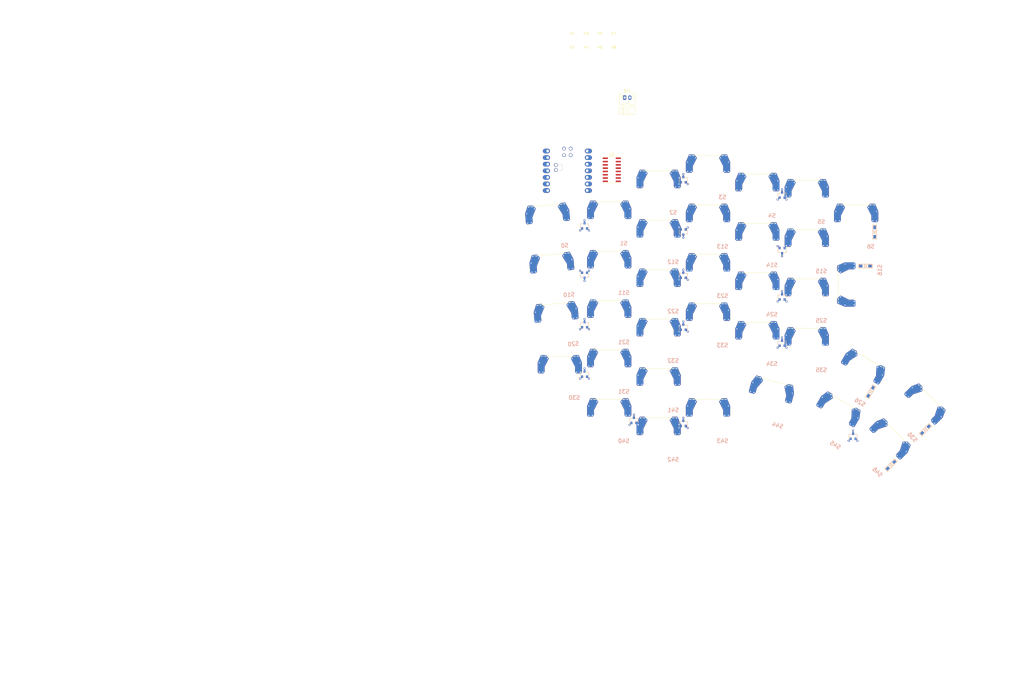
<source format=kicad_pcb>
(kicad_pcb (version 20221018) (generator pcbnew)
  (layers (0 "F.Cu" signal) (31 "B.Cu" signal) (34 "B.Paste" user) (35 "F.Paste" user) (36 "B.SilkS" user "B.Silkscreen") (37 "F.SilkS" user "F.Silkscreen") (38 "B.Mask" user) (39 "F.Mask" user) (44 "Edge.Cuts" user))
  (net 0 "")
  (net 1 "VBAT")
  (net 2 "GND")
  (net 3 "ROW1")
  (net 4 "ROW2")
  (net 5 "ROW3")
  (net 6 "ROW4")
  (net 9 "ROW5")
  (net 10 "IO_CS")
  (net 11 "SCK")
  (net 13 "MOSI")
  (net 14 "VCC")
  (net 18 "RESET")
  (net 19 "BAT+")
  (net 20 "COL5")
  (net 21 "COL4")
  (net 22 "COL3")
  (net 23 "COL2")
  (net 24 "COL6")
  (net 25 "COL7")
  (net 28 "COL1")
  (footprint "mykeeb:D3_SMD" (layer "F.Cu") (at 346.321875 115.109375 180)
    (fp_text reference "D17" hide)
    (fp_text value "D" hide)
  )
  (footprint "MountingHole:MountingHole_2.2mm_M2_DIN965" (layer "F.Cu") (at 233.21 28.305)
    (fp_text reference "H1")
    (fp_text value "MountingHole")
  )
  (footprint "mykeeb:MX_KAILH_SOCKET_1U" (layer "F.Cu") (at 334.415625 173.45 -30)
    (fp_text reference "S45")
    (fp_text value "SW" hide)
  )
  (footprint "mykeeb:SOT-23" (layer "F.Cu") (at 237.975 137.73125 90)
    (fp_text reference "D3" hide)
    (fp_text value "BAV70" hide)
  )
  (footprint "pretty:xiao-ble-smd-cutout" (layer "F.Cu") (at 231.37 78.38)
    (fp_text reference "U1" hide)
    (fp_text value "xiao-ble" hide)
    (fp_line (start -4.699 -0.7488) (end -4.699 -1.7902) (stroke (width 0.12)) (layer "Edge.Cuts"))
    (fp_line (start -4.0132 -2.476) (end -2.413 -2.476) (stroke (width 0.12)) (layer "Edge.Cuts"))
    (fp_line (start -2.413 -0.063) (end -4.0132 -0.063) (stroke (width 0.12)) (layer "Edge.Cuts"))
    (fp_line (start -2.032 -2.095) (end -2.032 -0.444) (stroke (width 0.12)) (layer "Edge.Cuts"))
    (fp_line (start -1.524 -6.4638) (end -1.524 -8.1402) (stroke (width 0.12)) (layer "Edge.Cuts"))
    (fp_line (start -0.8382 -8.826) (end 0.8382 -8.826) (stroke (width 0.12)) (layer "Edge.Cuts"))
    (fp_line (start -0.8382 -5.778) (end 0.8382 -5.778) (stroke (width 0.12)) (layer "Edge.Cuts"))
    (fp_line (start 1.524 -6.4638) (end 1.524 -8.1402) (stroke (width 0.12)) (layer "Edge.Cuts"))
    (fp_arc (start -4.699 -0.7488) (mid -4.095391 -0.666609) (end -4.0132 -0.063) (stroke (width 0.12)) (layer "Edge.Cuts"))
    (fp_arc (start -4.0132 -2.476) (mid -4.095391 -1.872391) (end -4.699 -1.7902) (stroke (width 0.12)) (layer "Edge.Cuts"))
    (fp_arc (start -2.413 -2.476) (mid -2.143592 -2.364408) (end -2.032 -2.095) (stroke (width 0.12)) (layer "Edge.Cuts"))
    (fp_arc (start -2.032 -0.444) (mid -2.143592 -0.174592) (end -2.413 -0.063) (stroke (width 0.12)) (layer "Edge.Cuts"))
    (fp_arc (start -1.524 -6.4638) (mid -0.920391 -6.381609) (end -0.8382 -5.778) (stroke (width 0.12)) (layer "Edge.Cuts"))
    (fp_arc (start -0.8382 -8.826) (mid -0.920391 -8.222391) (end -1.524 -8.1402) (stroke (width 0.12)) (layer "Edge.Cuts"))
    (fp_arc (start 0.8382 -5.778) (mid 0.920391 -6.381609) (end 1.524 -6.4638) (stroke (width 0.12)) (layer "Edge.Cuts"))
    (fp_arc (start 1.524 -8.1402) (mid 0.920393 -8.222393) (end 0.8382 -8.826) (stroke (width 0.12)) (layer "Edge.Cuts"))
  )
  (footprint "mykeeb:MX_KAILH_SOCKET_1U" (layer "F.Cu") (at 225.599058 117.563116 5)
    (fp_text reference "S10")
    (fp_text value "SW" hide)
  )
  (footprint "mykeeb:D3_SMD" (layer "F.Cu") (at 348.341357 163.617426 60)
    (fp_text reference "D18" hide)
    (fp_text value "D" hide)
  )
  (footprint "mykeeb:MX_KAILH_SOCKET_1U" (layer "F.Cu") (at 266.55 104.39375)
    (fp_text reference "S12")
    (fp_text value "SW" hide)
  )
  (footprint "mykeeb:MX_KAILH_SOCKET_1U" (layer "F.Cu") (at 247.5 135.35)
    (fp_text reference "S21")
    (fp_text value "SW" hide)
  )
  (footprint "mykeeb:MX_KAILH_SOCKET_1U" (layer "F.Cu") (at 304.65 105.584375)
    (fp_text reference "S14")
    (fp_text value "SW" hide)
  )
  (footprint "mykeeb:SOT-23" (layer "F.Cu") (at 314.175 127.015625 90)
    (fp_text reference "D13" hide)
    (fp_text value "BAV70" hide)
  )
  (footprint "mykeeb:MX_KAILH_SOCKET_1U" (layer "F.Cu") (at 247.5 154.4)
    (fp_text reference "S31")
    (fp_text value "SW" hide)
  )
  (footprint "mykeeb:SOT-23" (layer "F.Cu") (at 276.075 175.83125 90)
    (fp_text reference "D10" hide)
    (fp_text value "BAV70" hide)
  )
  (footprint "mykeeb:MX_KAILH_SOCKET_1U" (layer "F.Cu") (at 228.45 156.78125)
    (fp_text reference "S30")
    (fp_text value "SW" hide)
  )
  (footprint "mykeeb:MX_KAILH_SOCKET_1U" (layer "F.Cu") (at 223.938741 98.585607 5)
    (fp_text reference "S0")
    (fp_text value "SW" hide)
  )
  (footprint "mykeeb:MX_KAILH_SOCKET_1U" (layer "F.Cu") (at 309.4125 166.30625 -15)
    (fp_text reference "S44")
    (fp_text value "SW" hide)
  )
  (footprint "mykeeb:MX_KAILH_SOCKET_1U" (layer "F.Cu") (at 343.940625 156.952216 -30)
    (fp_text reference "S26")
    (fp_text value "SW" hide)
  )
  (footprint "mykeeb:MX_KAILH_SOCKET_1U" (layer "F.Cu") (at 353.465625 184.165625 -45)
    (fp_text reference "S46")
    (fp_text value "SW" hide)
  )
  (footprint "Connector_JST:JST_PH_S2B-PH-K_1x02_P2.00mm_Horizontal" (layer "F.Cu") (at 253.45 50.155)
    (fp_text reference "BT1")
    (fp_text value "Battery_Cell")
  )
  (footprint "mykeeb:MX_KAILH_SOCKET_1U" (layer "F.Cu") (at 266.55 85.34375)
    (fp_text reference "S2")
    (fp_text value "SW" hide)
  )
  (footprint "mykeeb:MX_KAILH_SOCKET_1U" (layer "F.Cu") (at 366.936009 170.695241 -45)
    (fp_text reference "S36")
    (fp_text value "SW" hide)
  )
  (footprint "mykeeb:MX_KAILH_SOCKET_1U" (layer "F.Cu") (at 323.7 88.915625)
    (fp_text reference "S5")
    (fp_text value "SW" hide)
  )
  (footprint "mykeeb:MX_KAILH_SOCKET_1U" (layer "F.Cu") (at 323.7 146.065625)
    (fp_text reference "S35")
    (fp_text value "SW" hide)
  )
  (footprint "mykeeb:SOT-23" (layer "F.Cu") (at 314.175 144.875 90)
    (fp_text reference "D14" hide)
    (fp_text value "BAV70" hide)
  )
  (footprint "mykeeb:MX_KAILH_SOCKET_1U" (layer "F.Cu") (at 285.6 136.540625)
    (fp_text reference "S33")
    (fp_text value "SW" hide)
  )
  (footprint "mykeeb:MX_KAILH_SOCKET_1U" (layer "F.Cu") (at 304.65 124.634375)
    (fp_text reference "S24")
    (fp_text value "SW" hide)
  )
  (footprint "mykeeb:MX_KAILH_SOCKET_1U" (layer "F.Cu") (at 304.65 86.534375)
    (fp_text reference "S4")
    (fp_text value "SW" hide)
  )
  (footprint "mykeeb:MX_KAILH_SOCKET_1U" (layer "F.Cu") (at 323.7 127.015625)
    (fp_text reference "S25")
    (fp_text value "SW" hide)
  )
  (footprint "mykeeb:MX_KAILH_SOCKET_1U" (layer "F.Cu") (at 285.6 117.490625)
    (fp_text reference "S23")
    (fp_text value "SW" hide)
  )
  (footprint "mykeeb:SOT-23" (layer "F.Cu") (at 314.175 87.725 90)
    (fp_text reference "D11" hide)
    (fp_text value "BAV70" hide)
  )
  (footprint "MountingHole:MountingHole_2.2mm_M2_DIN965" (layer "F.Cu") (at 249.26 33.655)
    (fp_text reference "H8")
    (fp_text value "MountingHole")
  )
  (footprint "MountingHole:MountingHole_2.2mm_M2_DIN965" (layer "F.Cu") (at 238.56 33.655)
    (fp_text reference "H4")
    (fp_text value "MountingHole")
  )
  (footprint "MountingHole:MountingHole_2.2mm_M2_DIN965" (layer "F.Cu") (at 233.21 33.655)
    (fp_text reference "H2")
    (fp_text value "MountingHole")
  )
  (footprint "mykeeb:D3_SMD" (layer "F.Cu") (at 349.89375 102.0125 90)
    (fp_text reference "D16" hide)
    (fp_text value "D" hide)
  )
  (footprint "mykeeb:SOT-23" (layer "F.Cu") (at 341.559375 180.784375 90)
    (fp_text reference "D15" hide)
    (fp_text value "BAV70" hide)
  )
  (footprint "mykeeb:MX_KAILH_SOCKET_1U" (layer "F.Cu") (at 266.55 123.44375)
    (fp_text reference "S22")
    (fp_text value "SW" hide)
  )
  (footprint "mykeeb:D3_SMD" (layer "F.Cu") (at 356.178952 191.929618 45)
    (fp_text reference "D20" hide)
    (fp_text value "D" hide)
  )
  (footprint "mykeeb:MX_KAILH_SOCKET_1U" (layer "F.Cu") (at 285.6 79.390625)
    (fp_text reference "S3")
    (fp_text value "SW" hide)
  )
  (footprint "mykeeb:SOT-23" (layer "F.Cu") (at 276.075 81.771875 90)
    (fp_text reference "D6" hide)
    (fp_text value "BAV70" hide)
  )
  (footprint "MountingHole:MountingHole_2.2mm_M2_DIN965" (layer "F.Cu") (at 243.91 33.655)
    (fp_text reference "H6")
    (fp_text value "MountingHole")
  )
  (footprint "MountingHole:MountingHole_2.2mm_M2_DIN965" (layer "F.Cu") (at 238.56 28.305)
    (fp_text reference "H3")
    (fp_text value "MountingHole")
  )
  (footprint "mykeeb:MX_KAILH_SOCKET_1U" (layer "F.Cu") (at 342.75 98.440625)
    (fp_text reference "S6")
    (fp_text value "SW" hide)
  )
  (footprint "mykeeb:SOT-23" (layer "F.Cu") (at 257.025 174.640625 90)
    (fp_text reference "D5" hide)
    (fp_text value "BAV70" hide)
  )
  (footprint "mykeeb:MX_KAILH_SOCKET_1U" (layer "F.Cu") (at 323.7 107.965625)
    (fp_text reference "S15")
    (fp_text value "SW" hide)
  )
  (footprint "MountingHole:MountingHole_2.2mm_M2_DIN965" (layer "F.Cu") (at 243.91 28.305)
    (fp_text reference "H5")
    (fp_text value "MountingHole")
  )
  (footprint "mykeeb:MX_KAILH_SOCKET_1U" (layer "F.Cu") (at 247.5 97.25)
    (fp_text reference "S1")
    (fp_text value "SW" hide)
  )
  (footprint "mykeeb:MX_KAILH_SOCKET_1U" (layer "F.Cu") (at 304.65 143.684375)
    (fp_text reference "S34")
    (fp_text value "SW" hide)
  )
  (footprint "mykeeb:MX_KAILH_SOCKET_1U" (layer "F.Cu") (at 266.55 142.49375)
    (fp_text reference "S32")
    (fp_text value "SW" hide)
  )
  (footprint "mykeeb:MX_KAILH_SOCKET_1U" (layer "F.Cu") (at 227.259375 136.540625 5)
    (fp_text reference "S20")
    (fp_text value "SW" hide)
  )
  (footprint "mykeeb:SOT-23" (layer "F.Cu") (at 237.975 99.63125 90)
    (fp_text reference "D1" hide)
    (fp_text value "BAV70" hide)
  )
  (footprint "mykeeb:D3_SMD" (layer "F.Cu") (at 369.461706 178.272333 45)
    (fp_text reference "D19" hide)
    (fp_text value "D" hide)
  )
  (footprint "mykeeb:SOT-23" (layer "F.Cu") (at 276.075 118.68125 90)
    (fp_text reference "D8" hide)
    (fp_text value "BAV70" hide)
  )
  (footprint "mykeeb:MX_KAILH_SOCKET_1U" (layer "F.Cu") (at 266.55 161.54375)
    (fp_text reference "S41")
    (fp_text value "SW" hide)
  )
  (footprint "mykeeb:MX_KAILH_SOCKET_1U" (layer "F.Cu") (at 342.75 122.253125 90)
    (fp_text reference "S16")
    (fp_text value "SW" hide)
  )
  (footprint "mykeeb:SOT-23" (layer "F.Cu") (at 237.975 156.78125 90)
    (fp_text reference "D4" hide)
    (fp_text value "BAV70" hide)
  )
  (footprint "mykeeb:MX_KAILH_SOCKET_1U" (layer "F.Cu") (at 285.6 173.45)
    (fp_text reference "S43")
    (fp_text value "SW" hide)
  )
  (footprint "mykeeb:MX_KAILH_SOCKET_1U" (layer "F.Cu") (at 247.5 116.3)
    (fp_text reference "S11")
    (fp_text value "SW" hide)
  )
  (footprint "mykeeb:MX_KAILH_SOCKET_1U" (layer "F.Cu") (at 285.6 98.440625)
    (fp_text reference "S13")
    (fp_text value "SW" hide)
  )
  (footprint "mykeeb:MX_KAILH_SOCKET_1U" (layer "F.Cu") (at 247.5 173.45)
    (fp_text reference "S40")
    (fp_text value "SW" hide)
  )
  (footprint "mykeeb:SOT-23" (layer "F.Cu") (at 276.075 138.690625 90)
    (fp_text reference "D9" hide)
    (fp_text value "BAV70" hide)
  )
  (footprint "mykeeb:MX_KAILH_SOCKET_1U" (layer "F.Cu") (at 266.55 180.59375)
    (fp_text reference "S42")
    (fp_text value "SW" hide)
  )
  (footprint "MountingHole:MountingHole_2.2mm_M2_DIN965" (layer "F.Cu") (at 249.26 28.305)
    (fp_text reference "H7")
    (fp_text value "MountingHole")
  )
  (footprint "Package_SO:SOP-16_3.9x9.9mm_P1.27mm" (layer "F.Cu") (at 248.5 78)
    (fp_text reference "U2")
    (fp_text value "74HC595")
  )
  (footprint "mykeeb:SOT-23" (layer "B.Cu") (at 314.175 109.15625 -90)
    (fp_text reference "D12" hide)
    (fp_text value "BAV70" hide)
  )
  (footprint "mykeeb:SOT-23" (layer "B.Cu") (at 237.975 118.68125 -90)
    (fp_text reference "D2" hide)
    (fp_text value "BAV70" hide)
  )
  (footprint "mykeeb:SOT-23" (layer "B.Cu") (at 276.075 102.0125 -90)
    (fp_text reference "D7" hide)
    (fp_text value "BAV70" hide)
  )
)
</source>
